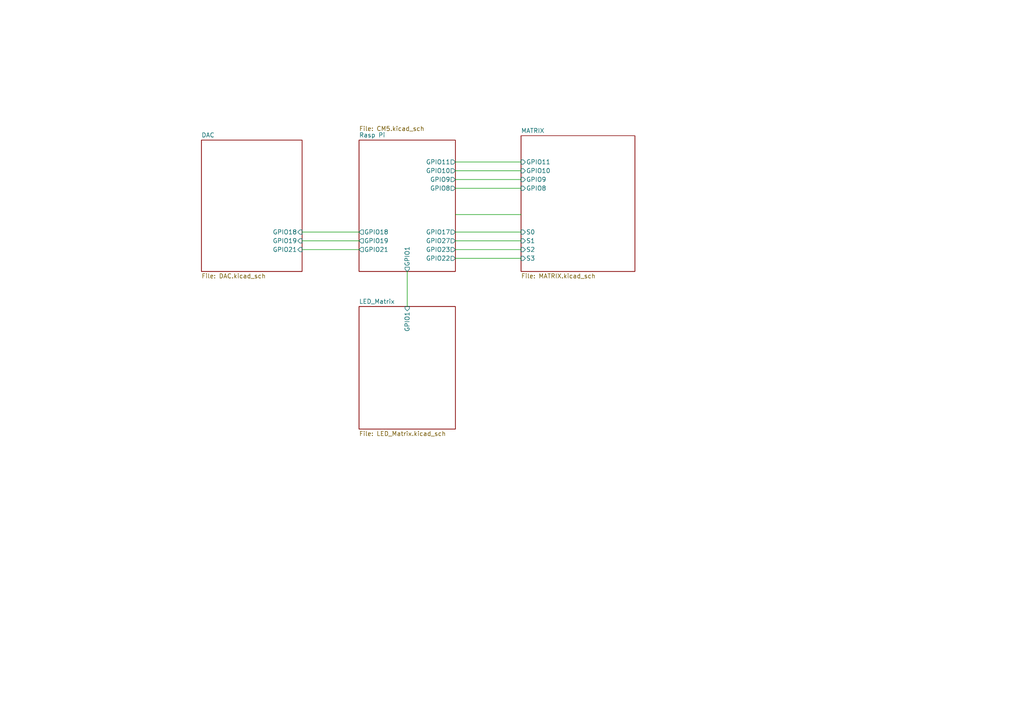
<source format=kicad_sch>
(kicad_sch
	(version 20250114)
	(generator "eeschema")
	(generator_version "9.0")
	(uuid "6081d7d9-b703-42b4-b9c9-9bd53cc84c0a")
	(paper "A4")
	(lib_symbols)
	(wire
		(pts
			(xy 132.08 49.53) (xy 151.13 49.53)
		)
		(stroke
			(width 0)
			(type default)
		)
		(uuid "010aff0b-1a43-43e4-8968-dd9d7229c0f0")
	)
	(wire
		(pts
			(xy 132.08 46.99) (xy 151.13 46.99)
		)
		(stroke
			(width 0)
			(type default)
		)
		(uuid "333bcc62-53a4-46f2-b1d2-72ea9db21fd4")
	)
	(wire
		(pts
			(xy 118.11 78.74) (xy 118.11 88.9)
		)
		(stroke
			(width 0)
			(type default)
		)
		(uuid "34e38d61-b173-4486-a4fd-69eaaf6b4c3b")
	)
	(wire
		(pts
			(xy 132.08 52.07) (xy 151.13 52.07)
		)
		(stroke
			(width 0)
			(type default)
		)
		(uuid "3da7f8c1-8a04-477f-b0d9-f94a55131662")
	)
	(wire
		(pts
			(xy 132.08 74.93) (xy 151.13 74.93)
		)
		(stroke
			(width 0)
			(type default)
		)
		(uuid "40098bd3-0c2f-45e8-9ac2-2b1c679506ac")
	)
	(wire
		(pts
			(xy 132.08 67.31) (xy 151.13 67.31)
		)
		(stroke
			(width 0)
			(type default)
		)
		(uuid "61ec12dc-f433-4edc-bd99-cbb51bc0efe9")
	)
	(wire
		(pts
			(xy 87.63 67.31) (xy 104.14 67.31)
		)
		(stroke
			(width 0)
			(type default)
		)
		(uuid "67a0eed6-813c-471d-9f1e-8388257081c4")
	)
	(wire
		(pts
			(xy 87.63 72.39) (xy 104.14 72.39)
		)
		(stroke
			(width 0)
			(type default)
		)
		(uuid "67d2f458-d569-428a-84c1-29a7a95de20b")
	)
	(wire
		(pts
			(xy 132.08 62.23) (xy 151.13 62.23)
		)
		(stroke
			(width 0)
			(type default)
		)
		(uuid "955f9feb-ea73-4bb7-98ef-5c7016f43c9d")
	)
	(wire
		(pts
			(xy 132.08 69.85) (xy 151.13 69.85)
		)
		(stroke
			(width 0)
			(type default)
		)
		(uuid "cf8f3751-ed77-41a1-8d64-d9dc98349200")
	)
	(wire
		(pts
			(xy 132.08 72.39) (xy 151.13 72.39)
		)
		(stroke
			(width 0)
			(type default)
		)
		(uuid "d2097e95-6751-45d6-a382-09cc1a4de735")
	)
	(wire
		(pts
			(xy 87.63 69.85) (xy 104.14 69.85)
		)
		(stroke
			(width 0)
			(type default)
		)
		(uuid "ec31fbcb-d7a8-4b0f-8c6a-6f6cb696d4dc")
	)
	(wire
		(pts
			(xy 132.08 54.61) (xy 151.13 54.61)
		)
		(stroke
			(width 0)
			(type default)
		)
		(uuid "f5adbed8-c010-4b50-9d7f-158e623cca54")
	)
	(sheet
		(at 151.13 39.37)
		(size 33.02 39.37)
		(exclude_from_sim no)
		(in_bom yes)
		(on_board yes)
		(dnp no)
		(fields_autoplaced yes)
		(stroke
			(width 0.1524)
			(type solid)
		)
		(fill
			(color 0 0 0 0.0000)
		)
		(uuid "89d0495d-1bd4-4f55-bb26-9bdf3f9d5bc6")
		(property "Sheetname" "MATRIX"
			(at 151.13 38.6584 0)
			(effects
				(font
					(size 1.27 1.27)
				)
				(justify left bottom)
			)
		)
		(property "Sheetfile" "MATRIX.kicad_sch"
			(at 151.13 79.3246 0)
			(effects
				(font
					(size 1.27 1.27)
				)
				(justify left top)
			)
		)
		(pin "GPIO10" input
			(at 151.13 49.53 180)
			(uuid "c4d3aa2a-7f54-43b3-85c8-4c716d3800f4")
			(effects
				(font
					(size 1.27 1.27)
				)
				(justify left)
			)
		)
		(pin "S3" input
			(at 151.13 74.93 180)
			(uuid "6ac19381-0b57-4e9c-b232-0dbf6abf7b9b")
			(effects
				(font
					(size 1.27 1.27)
				)
				(justify left)
			)
		)
		(pin "GPIO11" input
			(at 151.13 46.99 180)
			(uuid "2ebe88b0-0922-42d7-9b39-e9c88e3122ab")
			(effects
				(font
					(size 1.27 1.27)
				)
				(justify left)
			)
		)
		(pin "GPIO8" input
			(at 151.13 54.61 180)
			(uuid "1f9dd860-2a32-4548-babc-dd96bee2c40e")
			(effects
				(font
					(size 1.27 1.27)
				)
				(justify left)
			)
		)
		(pin "S2" input
			(at 151.13 72.39 180)
			(uuid "0f180b2c-75df-45aa-8f84-8c91c58f27af")
			(effects
				(font
					(size 1.27 1.27)
				)
				(justify left)
			)
		)
		(pin "S0" input
			(at 151.13 67.31 180)
			(uuid "1ec848d2-8d14-487e-b979-44643631e03c")
			(effects
				(font
					(size 1.27 1.27)
				)
				(justify left)
			)
		)
		(pin "S1" input
			(at 151.13 69.85 180)
			(uuid "1bcb9fce-78dd-4c5e-97c9-e5b1062edee9")
			(effects
				(font
					(size 1.27 1.27)
				)
				(justify left)
			)
		)
		(pin "GPIO9" input
			(at 151.13 52.07 180)
			(uuid "d8ddea1d-3ce1-46ba-aee7-a47a4322e6b8")
			(effects
				(font
					(size 1.27 1.27)
				)
				(justify left)
			)
		)
		(instances
			(project "final version"
				(path "/6081d7d9-b703-42b4-b9c9-9bd53cc84c0a"
					(page "4")
				)
			)
		)
	)
	(sheet
		(at 58.42 40.64)
		(size 29.21 38.1)
		(exclude_from_sim no)
		(in_bom yes)
		(on_board yes)
		(dnp no)
		(fields_autoplaced yes)
		(stroke
			(width 0.1524)
			(type solid)
		)
		(fill
			(color 0 0 0 0.0000)
		)
		(uuid "b6caef39-e2f2-4fa6-aa8a-281782f34fa4")
		(property "Sheetname" "DAC"
			(at 58.42 39.9284 0)
			(effects
				(font
					(size 1.27 1.27)
				)
				(justify left bottom)
			)
		)
		(property "Sheetfile" "DAC.kicad_sch"
			(at 58.42 79.3246 0)
			(effects
				(font
					(size 1.27 1.27)
				)
				(justify left top)
			)
		)
		(pin "GPIO19" input
			(at 87.63 69.85 0)
			(uuid "9f5d725d-63bc-4974-a473-e97963075f38")
			(effects
				(font
					(size 1.27 1.27)
				)
				(justify right)
			)
		)
		(pin "GPIO21" input
			(at 87.63 72.39 0)
			(uuid "5e5972aa-18d8-4f51-9e3e-b6ccb4006d75")
			(effects
				(font
					(size 1.27 1.27)
				)
				(justify right)
			)
		)
		(pin "GPIO18" input
			(at 87.63 67.31 0)
			(uuid "ab381d29-669e-4f65-8b5e-1564f5d67ca9")
			(effects
				(font
					(size 1.27 1.27)
				)
				(justify right)
			)
		)
		(instances
			(project "final version"
				(path "/6081d7d9-b703-42b4-b9c9-9bd53cc84c0a"
					(page "4")
				)
			)
		)
	)
	(sheet
		(at 104.14 88.9)
		(size 27.94 35.56)
		(exclude_from_sim no)
		(in_bom yes)
		(on_board yes)
		(dnp no)
		(fields_autoplaced yes)
		(stroke
			(width 0.1524)
			(type solid)
		)
		(fill
			(color 0 0 0 0.0000)
		)
		(uuid "d018c4fa-b530-4988-b249-c966a1d662f6")
		(property "Sheetname" "LED_Matrix"
			(at 104.14 88.1884 0)
			(effects
				(font
					(size 1.27 1.27)
				)
				(justify left bottom)
			)
		)
		(property "Sheetfile" "LED_Matrix.kicad_sch"
			(at 104.14 125.0446 0)
			(effects
				(font
					(size 1.27 1.27)
				)
				(justify left top)
			)
		)
		(pin "GPIO1" input
			(at 118.11 88.9 90)
			(uuid "9cab184e-f060-45e3-9f09-e079aefa2f77")
			(effects
				(font
					(size 1.27 1.27)
				)
				(justify right)
			)
		)
		(instances
			(project "final version"
				(path "/6081d7d9-b703-42b4-b9c9-9bd53cc84c0a"
					(page "5")
				)
			)
		)
	)
	(sheet
		(at 104.14 40.64)
		(size 27.94 38.1)
		(exclude_from_sim no)
		(in_bom yes)
		(on_board yes)
		(dnp no)
		(stroke
			(width 0.1524)
			(type solid)
		)
		(fill
			(color 0 0 0 0.0000)
		)
		(uuid "e66780dd-1e23-40cb-96a6-9e7c81ec8312")
		(property "Sheetname" "Rasp Pi"
			(at 104.14 39.9284 0)
			(effects
				(font
					(size 1.27 1.27)
				)
				(justify left bottom)
			)
		)
		(property "Sheetfile" "CM5.kicad_sch"
			(at 104.14 36.576 0)
			(effects
				(font
					(size 1.27 1.27)
				)
				(justify left top)
			)
		)
		(pin "GPIO19" output
			(at 104.14 69.85 180)
			(uuid "0522a743-03e6-4df6-877c-0df30d0282d7")
			(effects
				(font
					(size 1.27 1.27)
				)
				(justify left)
			)
		)
		(pin "GPIO18" output
			(at 104.14 67.31 180)
			(uuid "8d74f637-8e24-4b02-99ff-ed8836d6d4c9")
			(effects
				(font
					(size 1.27 1.27)
				)
				(justify left)
			)
		)
		(pin "GPIO21" output
			(at 104.14 72.39 180)
			(uuid "97763282-e4ad-4a9b-bca6-0af9fab43702")
			(effects
				(font
					(size 1.27 1.27)
				)
				(justify left)
			)
		)
		(pin "GPIO10" output
			(at 132.08 49.53 0)
			(uuid "65d12cad-3c5f-4b3f-a9ad-1242b15df5a8")
			(effects
				(font
					(size 1.27 1.27)
				)
				(justify right)
			)
		)
		(pin "GPIO17" output
			(at 132.08 67.31 0)
			(uuid "66295842-babd-4a82-83b8-ed9fd3232646")
			(effects
				(font
					(size 1.27 1.27)
				)
				(justify right)
			)
		)
		(pin "GPIO11" output
			(at 132.08 46.99 0)
			(uuid "fa82b4cf-b4ea-47e5-84f0-559ae6f377c1")
			(effects
				(font
					(size 1.27 1.27)
				)
				(justify right)
			)
		)
		(pin "GPIO23" output
			(at 132.08 72.39 0)
			(uuid "d2277edb-509e-4131-b950-3a78ab1c736a")
			(effects
				(font
					(size 1.27 1.27)
				)
				(justify right)
			)
		)
		(pin "GPIO9" output
			(at 132.08 52.07 0)
			(uuid "7984408c-e59a-4488-b0a8-57df95992cca")
			(effects
				(font
					(size 1.27 1.27)
				)
				(justify right)
			)
		)
		(pin "GPIO27" output
			(at 132.08 69.85 0)
			(uuid "5ad10fe9-f588-46a6-878e-608c63e1944d")
			(effects
				(font
					(size 1.27 1.27)
				)
				(justify right)
			)
		)
		(pin "GPIO8" output
			(at 132.08 54.61 0)
			(uuid "893db51e-dd63-4f22-b617-a6cb9d9536da")
			(effects
				(font
					(size 1.27 1.27)
				)
				(justify right)
			)
		)
		(pin "GPIO22" output
			(at 132.08 74.93 0)
			(uuid "20236a9d-5f7f-4175-9379-98659af2267f")
			(effects
				(font
					(size 1.27 1.27)
				)
				(justify right)
			)
		)
		(pin "GPIO1" output
			(at 118.11 78.74 270)
			(uuid "f194e1a1-5859-4fe6-853c-1e0bc85e692b")
			(effects
				(font
					(size 1.27 1.27)
				)
				(justify left)
			)
		)
		(instances
			(project "final version"
				(path "/6081d7d9-b703-42b4-b9c9-9bd53cc84c0a"
					(page "3")
				)
			)
		)
	)
	(sheet_instances
		(path "/"
			(page "1")
		)
	)
	(embedded_fonts no)
)

</source>
